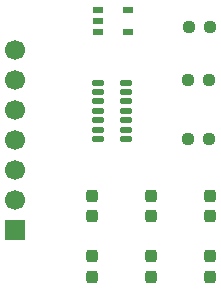
<source format=gbr>
%TF.GenerationSoftware,KiCad,Pcbnew,9.0.6*%
%TF.CreationDate,2026-02-18T16:24:27-08:00*%
%TF.ProjectId,sensor_ppg,73656e73-6f72-45f7-9070-672e6b696361,rev?*%
%TF.SameCoordinates,Original*%
%TF.FileFunction,Soldermask,Top*%
%TF.FilePolarity,Negative*%
%FSLAX46Y46*%
G04 Gerber Fmt 4.6, Leading zero omitted, Abs format (unit mm)*
G04 Created by KiCad (PCBNEW 9.0.6) date 2026-02-18 16:24:27*
%MOMM*%
%LPD*%
G01*
G04 APERTURE LIST*
G04 Aperture macros list*
%AMRoundRect*
0 Rectangle with rounded corners*
0 $1 Rounding radius*
0 $2 $3 $4 $5 $6 $7 $8 $9 X,Y pos of 4 corners*
0 Add a 4 corners polygon primitive as box body*
4,1,4,$2,$3,$4,$5,$6,$7,$8,$9,$2,$3,0*
0 Add four circle primitives for the rounded corners*
1,1,$1+$1,$2,$3*
1,1,$1+$1,$4,$5*
1,1,$1+$1,$6,$7*
1,1,$1+$1,$8,$9*
0 Add four rect primitives between the rounded corners*
20,1,$1+$1,$2,$3,$4,$5,0*
20,1,$1+$1,$4,$5,$6,$7,0*
20,1,$1+$1,$6,$7,$8,$9,0*
20,1,$1+$1,$8,$9,$2,$3,0*%
G04 Aperture macros list end*
%ADD10C,1.700000*%
%ADD11R,1.700000X1.700000*%
%ADD12RoundRect,0.102000X0.375000X0.175000X-0.375000X0.175000X-0.375000X-0.175000X0.375000X-0.175000X0*%
%ADD13R,0.952500X0.508000*%
%ADD14RoundRect,0.237500X0.237500X-0.300000X0.237500X0.300000X-0.237500X0.300000X-0.237500X-0.300000X0*%
%ADD15RoundRect,0.237500X-0.250000X-0.237500X0.250000X-0.237500X0.250000X0.237500X-0.250000X0.237500X0*%
G04 APERTURE END LIST*
D10*
%TO.C,J1*%
X115000000Y-77420000D03*
X115000000Y-79960000D03*
X115000000Y-82500000D03*
X115000000Y-85040000D03*
X115000000Y-87580000D03*
X115000000Y-90120000D03*
D11*
X115000000Y-92660000D03*
%TD*%
D12*
%TO.C,U1*%
X124400000Y-85000000D03*
X124400000Y-84200000D03*
X124400000Y-83400000D03*
X124400000Y-82600000D03*
X124400000Y-81800000D03*
X124400000Y-81000000D03*
X124400000Y-80200000D03*
X122000000Y-80200000D03*
X122000000Y-81000000D03*
X122000000Y-81800000D03*
X122000000Y-82600000D03*
X122000000Y-83400000D03*
X122000000Y-84200000D03*
X122000000Y-85000000D03*
%TD*%
D13*
%TO.C,U3*%
X124552700Y-74049999D03*
X124552700Y-75950001D03*
X122000000Y-75950001D03*
X122000000Y-75000000D03*
X122000000Y-74049999D03*
%TD*%
D14*
%TO.C,C1*%
X121500000Y-91500000D03*
X121500000Y-89775000D03*
%TD*%
D15*
%TO.C,R1*%
X131412500Y-85000000D03*
X129587500Y-85000000D03*
%TD*%
D14*
%TO.C,C6*%
X131500000Y-94912500D03*
X131500000Y-96637500D03*
%TD*%
%TO.C,C4*%
X126500000Y-94912500D03*
X126500000Y-96637500D03*
%TD*%
%TO.C,C3*%
X126500000Y-89775000D03*
X126500000Y-91500000D03*
%TD*%
%TO.C,C2*%
X121500000Y-94912500D03*
X121500000Y-96637500D03*
%TD*%
%TO.C,C5*%
X131500000Y-89775000D03*
X131500000Y-91500000D03*
%TD*%
D15*
%TO.C,R3*%
X131500000Y-75500000D03*
X129675000Y-75500000D03*
%TD*%
%TO.C,R2*%
X131412500Y-80000000D03*
X129587500Y-80000000D03*
%TD*%
M02*

</source>
